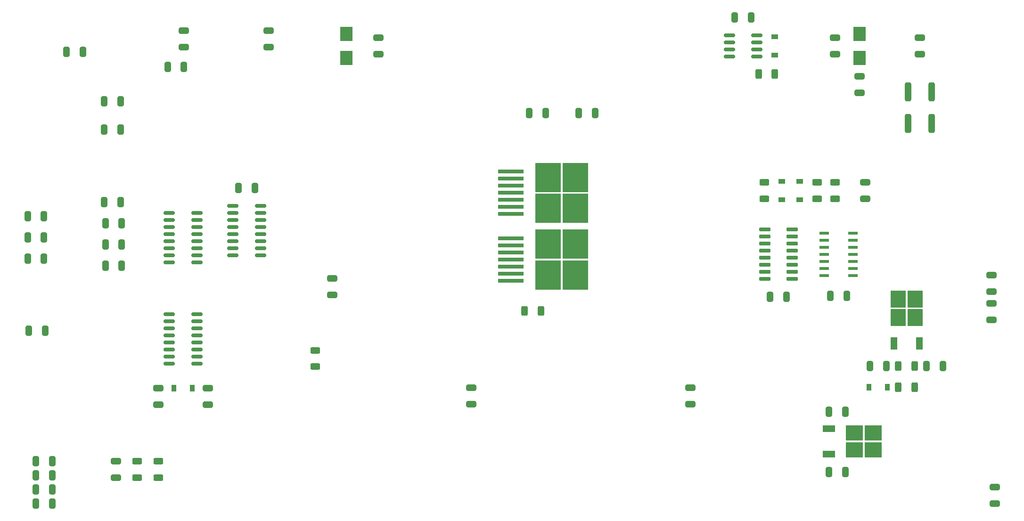
<source format=gbp>
G04 #@! TF.GenerationSoftware,KiCad,Pcbnew,7.0.9-7.0.9~ubuntu20.04.1*
G04 #@! TF.CreationDate,2023-12-17T18:48:26+01:00*
G04 #@! TF.ProjectId,linear_controller,6c696e65-6172-45f6-936f-6e74726f6c6c,1.0*
G04 #@! TF.SameCoordinates,Original*
G04 #@! TF.FileFunction,Paste,Bot*
G04 #@! TF.FilePolarity,Positive*
%FSLAX46Y46*%
G04 Gerber Fmt 4.6, Leading zero omitted, Abs format (unit mm)*
G04 Created by KiCad (PCBNEW 7.0.9-7.0.9~ubuntu20.04.1) date 2023-12-17 18:48:26*
%MOMM*%
%LPD*%
G01*
G04 APERTURE LIST*
G04 Aperture macros list*
%AMRoundRect*
0 Rectangle with rounded corners*
0 $1 Rounding radius*
0 $2 $3 $4 $5 $6 $7 $8 $9 X,Y pos of 4 corners*
0 Add a 4 corners polygon primitive as box body*
4,1,4,$2,$3,$4,$5,$6,$7,$8,$9,$2,$3,0*
0 Add four circle primitives for the rounded corners*
1,1,$1+$1,$2,$3*
1,1,$1+$1,$4,$5*
1,1,$1+$1,$6,$7*
1,1,$1+$1,$8,$9*
0 Add four rect primitives between the rounded corners*
20,1,$1+$1,$2,$3,$4,$5,0*
20,1,$1+$1,$4,$5,$6,$7,0*
20,1,$1+$1,$6,$7,$8,$9,0*
20,1,$1+$1,$8,$9,$2,$3,0*%
G04 Aperture macros list end*
%ADD10R,0.900000X1.200000*%
%ADD11R,1.200000X0.900000*%
%ADD12RoundRect,0.250000X-0.625000X0.312500X-0.625000X-0.312500X0.625000X-0.312500X0.625000X0.312500X0*%
%ADD13RoundRect,0.250000X-0.312500X-0.625000X0.312500X-0.625000X0.312500X0.625000X-0.312500X0.625000X0*%
%ADD14RoundRect,0.250000X-0.325000X-0.650000X0.325000X-0.650000X0.325000X0.650000X-0.325000X0.650000X0*%
%ADD15RoundRect,0.150000X0.825000X0.150000X-0.825000X0.150000X-0.825000X-0.150000X0.825000X-0.150000X0*%
%ADD16RoundRect,0.042000X-0.943000X-0.258000X0.943000X-0.258000X0.943000X0.258000X-0.943000X0.258000X0*%
%ADD17R,2.300000X2.500000*%
%ADD18RoundRect,0.250000X0.325000X0.650000X-0.325000X0.650000X-0.325000X-0.650000X0.325000X-0.650000X0*%
%ADD19RoundRect,0.250000X0.312500X1.450000X-0.312500X1.450000X-0.312500X-1.450000X0.312500X-1.450000X0*%
%ADD20RoundRect,0.250000X0.650000X-0.325000X0.650000X0.325000X-0.650000X0.325000X-0.650000X-0.325000X0*%
%ADD21RoundRect,0.250000X-0.650000X0.325000X-0.650000X-0.325000X0.650000X-0.325000X0.650000X0.325000X0*%
%ADD22RoundRect,0.250000X0.312500X0.625000X-0.312500X0.625000X-0.312500X-0.625000X0.312500X-0.625000X0*%
%ADD23R,3.050000X2.750000*%
%ADD24R,2.200000X1.200000*%
%ADD25R,2.750000X3.050000*%
%ADD26R,1.200000X2.200000*%
%ADD27RoundRect,0.250000X0.625000X-0.312500X0.625000X0.312500X-0.625000X0.312500X-0.625000X-0.312500X0*%
%ADD28R,1.701800X0.533400*%
%ADD29R,4.550000X5.250000*%
%ADD30R,4.600000X0.800000*%
G04 APERTURE END LIST*
D10*
X79305000Y-111080000D03*
X82605000Y-111080000D03*
D11*
X187280000Y-51175000D03*
X187280000Y-47875000D03*
D12*
X104730000Y-104272500D03*
X104730000Y-107197500D03*
D13*
X209472500Y-107065000D03*
X212397500Y-107065000D03*
D14*
X90910000Y-75110000D03*
X93860000Y-75110000D03*
D15*
X83430000Y-79555000D03*
X83430000Y-80825000D03*
X83430000Y-82095000D03*
X83430000Y-83365000D03*
X83430000Y-84635000D03*
X83430000Y-85905000D03*
X83430000Y-87175000D03*
X83430000Y-88445000D03*
X78480000Y-88445000D03*
X78480000Y-87175000D03*
X78480000Y-85905000D03*
X78480000Y-84635000D03*
X78480000Y-83365000D03*
X78480000Y-82095000D03*
X78480000Y-80825000D03*
X78480000Y-79555000D03*
D16*
X185440000Y-91435000D03*
X185440000Y-90165000D03*
X185440000Y-88895000D03*
X185440000Y-87625000D03*
X185440000Y-86355000D03*
X185440000Y-85085000D03*
X185440000Y-83815000D03*
X185440000Y-82545000D03*
X190390000Y-82545000D03*
X190390000Y-83815000D03*
X190390000Y-85085000D03*
X190390000Y-86355000D03*
X190390000Y-87625000D03*
X190390000Y-88895000D03*
X190390000Y-90165000D03*
X190390000Y-91435000D03*
D17*
X202520000Y-51675000D03*
X202520000Y-47375000D03*
D14*
X60000000Y-50570000D03*
X62950000Y-50570000D03*
D18*
X57460000Y-131810000D03*
X54510000Y-131810000D03*
D12*
X198075000Y-74097500D03*
X198075000Y-77022500D03*
D19*
X215452500Y-63495000D03*
X211177500Y-63495000D03*
D11*
X188550000Y-73910000D03*
X188550000Y-77210000D03*
D18*
X57460000Y-126730000D03*
X54510000Y-126730000D03*
D20*
X132766500Y-113917500D03*
X132766500Y-110967500D03*
X96355000Y-49730000D03*
X96355000Y-46780000D03*
D10*
X204205000Y-110875000D03*
X207505000Y-110875000D03*
D18*
X189385000Y-94610000D03*
X186435000Y-94610000D03*
D14*
X66780000Y-64540000D03*
X69730000Y-64540000D03*
D20*
X81115000Y-49730000D03*
X81115000Y-46780000D03*
X226175000Y-98810000D03*
X226175000Y-95860000D03*
D14*
X143140000Y-61590000D03*
X146090000Y-61590000D03*
X66780000Y-59460000D03*
X69730000Y-59460000D03*
D20*
X172136500Y-113917500D03*
X172136500Y-110967500D03*
D18*
X81115000Y-53335000D03*
X78165000Y-53335000D03*
D14*
X214540000Y-107065000D03*
X217490000Y-107065000D03*
X66985000Y-85270000D03*
X69935000Y-85270000D03*
X180090000Y-44445000D03*
X183040000Y-44445000D03*
D18*
X55965000Y-80190000D03*
X53015000Y-80190000D03*
D11*
X191725000Y-77210000D03*
X191725000Y-73910000D03*
D20*
X198075000Y-51000000D03*
X198075000Y-48050000D03*
D14*
X66985000Y-81460000D03*
X69935000Y-81460000D03*
D21*
X76510000Y-111080000D03*
X76510000Y-114030000D03*
D18*
X207330000Y-107065000D03*
X204380000Y-107065000D03*
D22*
X187280000Y-54605000D03*
X184355000Y-54605000D03*
D12*
X72700000Y-124190000D03*
X72700000Y-127115000D03*
D19*
X215452500Y-57780000D03*
X211177500Y-57780000D03*
D23*
X201590000Y-119115000D03*
X201590000Y-122165000D03*
X204940000Y-119115000D03*
X204940000Y-122165000D03*
D24*
X196965000Y-122920000D03*
X196965000Y-118360000D03*
D25*
X209410000Y-98385000D03*
X212460000Y-98385000D03*
X209410000Y-95035000D03*
X212460000Y-95035000D03*
D26*
X213215000Y-103010000D03*
X208655000Y-103010000D03*
D15*
X94860000Y-78285000D03*
X94860000Y-79555000D03*
X94860000Y-80825000D03*
X94860000Y-82095000D03*
X94860000Y-83365000D03*
X94860000Y-84635000D03*
X94860000Y-85905000D03*
X94860000Y-87175000D03*
X89910000Y-87175000D03*
X89910000Y-85905000D03*
X89910000Y-84635000D03*
X89910000Y-83365000D03*
X89910000Y-82095000D03*
X89910000Y-80825000D03*
X89910000Y-79555000D03*
X89910000Y-78285000D03*
D20*
X107785000Y-94325000D03*
X107785000Y-91375000D03*
X213315000Y-51000000D03*
X213315000Y-48050000D03*
D18*
X200185000Y-94490000D03*
X197235000Y-94490000D03*
X154980000Y-61590000D03*
X152030000Y-61590000D03*
D27*
X76510000Y-127115000D03*
X76510000Y-124190000D03*
D20*
X203530000Y-77035000D03*
X203530000Y-74085000D03*
D28*
X196119200Y-90800000D03*
X196119200Y-89530000D03*
X196119200Y-88260000D03*
X196119200Y-86990000D03*
X196119200Y-85720000D03*
X196119200Y-84450000D03*
X196119200Y-83180000D03*
X201300800Y-83180000D03*
X201300800Y-84450000D03*
X201300800Y-85720000D03*
X201300800Y-86990000D03*
X201300800Y-88260000D03*
X201300800Y-89530000D03*
X201300800Y-90800000D03*
D21*
X202520000Y-55035000D03*
X202520000Y-57985000D03*
D22*
X145250000Y-97150000D03*
X142325000Y-97150000D03*
D14*
X66985000Y-89080000D03*
X69935000Y-89080000D03*
X196965000Y-126095000D03*
X199915000Y-126095000D03*
D27*
X194900000Y-77022500D03*
X194900000Y-74097500D03*
D18*
X55965000Y-87810000D03*
X53015000Y-87810000D03*
D20*
X116040000Y-51000000D03*
X116040000Y-48050000D03*
D18*
X57460000Y-129270000D03*
X54510000Y-129270000D03*
D29*
X146545000Y-73185000D03*
X146545000Y-78735000D03*
X151395000Y-73185000D03*
X151395000Y-78735000D03*
D30*
X139820000Y-79770000D03*
X139820000Y-78500000D03*
X139820000Y-77230000D03*
X139820000Y-75960000D03*
X139820000Y-74690000D03*
X139820000Y-73420000D03*
X139820000Y-72150000D03*
D18*
X57460000Y-124190000D03*
X54510000Y-124190000D03*
D21*
X85400000Y-111080000D03*
X85400000Y-114030000D03*
X68890000Y-124190000D03*
X68890000Y-127140000D03*
D20*
X226175000Y-93730000D03*
X226175000Y-90780000D03*
D15*
X184040000Y-47620000D03*
X184040000Y-48890000D03*
X184040000Y-50160000D03*
X184040000Y-51430000D03*
X179090000Y-51430000D03*
X179090000Y-50160000D03*
X179090000Y-48890000D03*
X179090000Y-47620000D03*
D18*
X55965000Y-84000000D03*
X53015000Y-84000000D03*
X56200000Y-100715000D03*
X53250000Y-100715000D03*
D12*
X185375000Y-74097500D03*
X185375000Y-77022500D03*
D14*
X66780000Y-77650000D03*
X69730000Y-77650000D03*
D22*
X212397500Y-110875000D03*
X209472500Y-110875000D03*
D20*
X226810000Y-131810000D03*
X226810000Y-128860000D03*
D17*
X110325000Y-51675000D03*
X110325000Y-47375000D03*
D14*
X196965000Y-115300000D03*
X199915000Y-115300000D03*
D29*
X146545000Y-85185000D03*
X146545000Y-90735000D03*
X151395000Y-85185000D03*
X151395000Y-90735000D03*
D30*
X139820000Y-91770000D03*
X139820000Y-90500000D03*
X139820000Y-89230000D03*
X139820000Y-87960000D03*
X139820000Y-86690000D03*
X139820000Y-85420000D03*
X139820000Y-84150000D03*
D15*
X83430000Y-97745000D03*
X83430000Y-99015000D03*
X83430000Y-100285000D03*
X83430000Y-101555000D03*
X83430000Y-102825000D03*
X83430000Y-104095000D03*
X83430000Y-105365000D03*
X83430000Y-106635000D03*
X78480000Y-106635000D03*
X78480000Y-105365000D03*
X78480000Y-104095000D03*
X78480000Y-102825000D03*
X78480000Y-101555000D03*
X78480000Y-100285000D03*
X78480000Y-99015000D03*
X78480000Y-97745000D03*
M02*

</source>
